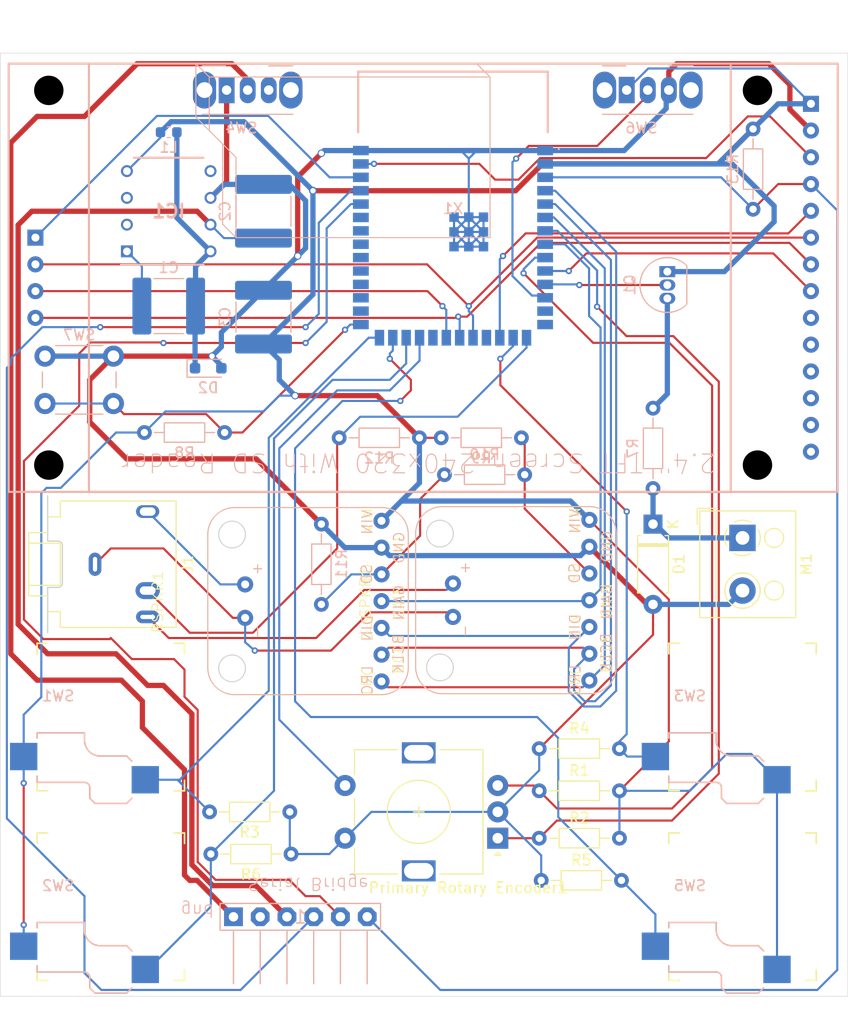
<source format=kicad_pcb>
(kicad_pcb (version 20240108) (generator "pcbnew") (generator_version "8.0")
  (layers (0 "F.Cu" signal) (31 "B.Cu" signal) (34 "B.Paste" user) (35 "F.Paste" user) (36 "B.SilkS" user "B.Silkscreen") (37 "F.SilkS" user "F.Silkscreen") (38 "B.Mask" user) (39 "F.Mask" user) (44 "Edge.Cuts" user))
  (net 0 "")
  (net 1 "Net-(SW4-B)")
  (net 3 "/5V")
  (net 4 "/RESET")
  (net 5 "/RXD")
  (net 6 "/TXD")
  (net 7 "Net-(D2-K)")
  (net 8 "Net-(IC1-CB)")
  (net 9 "GND")
  (net 10 "/VDD")
  (net 11 "Net-(D1-K)")
  (net 15 "Net-(RSPKR1-SPKR+)")
  (net 16 "Net-(L_SPKR1-SPKR-)")
  (net 17 "Net-(L_SPKR1-SPKR+)")
  (net 18 "/Detect_Jack")
  (net 19 "/Gain")
  (net 20 "/DAC_LRC")
  (net 21 "/DAC_DIN")
  (net 22 "/DAC_BCLK")
  (net 23 "/L_Chanel_Select")
  (net 24 "Net-(X1-IO7)")
  (net 25 "Net-(X1-IO21)")
  (net 26 "Net-(X1-IO16)")
  (net 27 "/Motor_Driver")
  (net 28 "Net-(Q1-S)")
  (net 29 "/HOME_BUTTON")
  (net 30 "/PLAY{slash}PAUSE BUTTON")
  (net 31 "/MENU_BUTTON")
  (net 32 "/BACK_BUTTON")
  (net 33 "/BOOT_SEL")
  (net 34 "/R_Chanel_Select")
  (net 36 "/SPI_MISO")
  (net 37 "/SPI_MOSI")
  (net 40 "/SPI_SCK")
  (net 41 "/TFT_CS")
  (net 43 "/SCREEN_BRIGHTNESS")
  (net 44 "/TFT_DC")
  (net 46 "/SD_CS")
  (net 48 "Net-(SW6-B)")
  (net 55 "/USB_D+")
  (net 59 "/USB_D-")
  (footprint "keyswitches:Kailh_socket_PG1350" (layer "F.Cu") (at 69 106)
    (property "Reference" "SW1")
    (property "Value" "Home")
  )
  (footprint "Connector_Audio:Jack_3.5mm_CUI_SJ1-3524N_Horizontal" (layer "F.Cu") (at 67.5 91.5 -90)
    (property "Reference" "J1")
    (property "Value" "AudioJack3_SwitchT")
    (fp_line (start -2.2 4.5) (end -6.5 4.5) (stroke (width 0.12)) (layer "Edge.Cuts"))
    (fp_line (start 2.2 4.5) (end 6.5 4.5) (stroke (width 0.12)) (layer "Edge.Cuts"))
    (fp_line (start -2.2 3.5) (end -2.2 4.5) (stroke (width 0.12)) (layer "Edge.Cuts"))
    (fp_line (start 2.2 3.5) (end 2.2 4.5) (stroke (width 0.12)) (layer "Edge.Cuts"))
    (fp_line (start 1.8 3.1) (end -1.8 3.1) (stroke (width 0.12)) (layer "Edge.Cuts"))
    (fp_arc (start -2.2 3.5) (mid -2.082842 3.217158) (end -1.8 3.1) (stroke (width 0.12)) (layer "Edge.Cuts"))
    (fp_arc (start 1.8 3.1) (mid 2.082843 3.217157) (end 2.2 3.5) (stroke (width 0.12)) (layer "Edge.Cuts"))
  )
  (footprint "Resistor_THT:R_Axial_DIN0204_L3.6mm_D1.6mm_P7.62mm_Horizontal" (layer "F.Cu") (at 109.69 109)
    (property "Reference" "R4")
    (property "Value" "10K")
  )
  (footprint "Resistor_THT:R_Axial_DIN0204_L3.6mm_D1.6mm_P7.62mm_Horizontal" (layer "F.Cu") (at 109.69 113)
    (property "Reference" "R1")
    (property "Value" "10K")
  )
  (footprint "keyswitches:Kailh_socket_PG1350" (layer "F.Cu") (at 69 124)
    (property "Reference" "SW2")
    (property "Value" "Back")
  )
  (footprint "Rotary_Encoder:RotaryEncoder_Alps_EC11E-Switch_Vertical_H20mm" (layer "F.Cu") (at 105.75 117.5 180)
    (property "Reference" "Primary Rotary Encoder1")
    (property "Value" "RotaryEncoder_Switch")
  )
  (footprint "MP3_Player_Custom_Footprints:MAX98357 I2C Audio Driver" (layer "F.Cu") (at 93.689 95.0025 90)
    (property "Reference" "L_SPKR1")
    (property "Value" "~")
    (fp_circle (center 6.41 6.57) (end 7.68 6.57) (stroke (width 0.1)) (fill none) (layer "Edge.Cuts"))
    (fp_circle (center -6.29 6.57) (end -5.02 6.57) (stroke (width 0.1)) (fill none) (layer "Edge.Cuts"))
  )
  (footprint "Resistor_THT:R_Axial_DIN0204_L3.6mm_D1.6mm_P7.62mm_Horizontal" (layer "F.Cu") (at 109.69 117.5)
    (property "Reference" "R2")
    (property "Value" "10K")
  )
  (footprint "keyswitches:Kailh_socket_PG1350" (layer "F.Cu") (at 129 124)
    (property "Reference" "SW5")
    (property "Value" "Menu")
  )
  (footprint "Resistor_THT:R_Axial_DIN0204_L3.6mm_D1.6mm_P7.62mm_Horizontal" (layer "F.Cu") (at 86 115 180)
    (property "Reference" "R3")
    (property "Value" "10K")
  )
  (footprint "MP3_Player_Custom_Footprints:MAX98357 I2C Audio Driver" (layer "F.Cu") (at 73.9475 95.09 90)
    (property "Reference" "RSPKR1")
    (property "Value" "~")
    (fp_circle (center 6.41 6.57) (end 7.68 6.57) (stroke (width 0.1)) (fill none) (layer "Edge.Cuts"))
    (fp_circle (center -6.29 6.57) (end -5.02 6.57) (stroke (width 0.1)) (fill none) (layer "Edge.Cuts"))
  )
  (footprint "MP3_Player_Custom_Footprints:2.4'_TFT_SPI_ILI9341_WITH_SD_CARD" (layer "F.Cu") (at 97.4 64.31 180)
    (property "Reference" "Screen&SDCardReader1" (hide yes))
    (property "Value" "~")
  )
  (footprint "keyswitches:Kailh_socket_PG1350" (layer "F.Cu") (at 129 106)
    (property "Reference" "SW3")
    (property "Value" "Play/Pause")
  )
  (footprint "Resistor_THT:R_Axial_DIN0204_L3.6mm_D1.6mm_P7.62mm_Horizontal" (layer "F.Cu") (at 86.12 119 180)
    (property "Reference" "R6")
    (property "Value" "10K")
  )
  (footprint "Diode_THT:D_A-405_P7.62mm_Horizontal" (layer "F.Cu") (at 120.5 87.69 -90)
    (property "Reference" "D1")
    (property "Value" "Flyback Diode")
  )
  (footprint "TerminalBlock_RND:TerminalBlock_RND_205-00001_1x02_P5.00mm_Horizontal" (layer "F.Cu") (at 129 89 -90)
    (property "Reference" "M1")
    (property "Value" "Haptic Feedback")
  )
  (footprint "Resistor_THT:R_Axial_DIN0204_L3.6mm_D1.6mm_P7.62mm_Horizontal" (layer "F.Cu") (at 109.88 121.5)
    (property "Reference" "R5")
    (property "Value" "10K")
  )
  (footprint "Resistor_THT:R_Axial_DIN0204_L3.6mm_D1.6mm_P7.62mm_Horizontal" (layer "B.Cu") (at 90.69 79.5)
    (property "Reference" "R12")
    (property "Value" "100K")
  )
  (footprint "Button_Switch_THT:SW_Slide_SPDT_Angled_CK_OS102011MA1Q" (layer "B.Cu") (at 118 46.5)
    (property "Reference" "SW6")
    (property "Value" "Hold")
  )
  (footprint "Resistor_THT:R_Axial_DIN0204_L3.6mm_D1.6mm_P7.62mm_Horizontal" (layer "B.Cu") (at 130 50.19 -90)
    (property "Reference" "R13")
    (property "Value" "10K")
  )
  (footprint "Resistor_THT:R_Axial_DIN0204_L3.6mm_D1.6mm_P7.62mm_Horizontal" (layer "B.Cu") (at 72.19 79)
    (property "Reference" "R8")
    (property "Value" "10K")
  )
  (footprint "MP3_Player_Custom_Footprints:ESP32S3WROOM1N8R2" (layer "B.Cu") (at 101.5 57.5 180)
    (property "Reference" "X1")
    (property "Value" "ESP32-S3-WROOM-1-N16R8")
    (property "VALUE" "ESP32-S3-WROOM-1-N16R8" (hide yes))
  )
  (footprint "Button_Switch_THT:SW_Slide_SPDT_Angled_CK_OS102011MA1Q" (layer "B.Cu") (at 80 46.5)
    (property "Reference" "SW4")
    (property "Value" "Power")
  )
  (footprint "Resistor_THT:R_Axial_DIN0204_L3.6mm_D1.6mm_P7.62mm_Horizontal" (layer "B.Cu") (at 89 95.31 90)
    (property "Reference" "R11")
    (property "Value" "10K")
  )
  (footprint "Capacitor_SMD:C_2220_5750Metric" (layer "B.Cu") (at 83.5 58 -90)
    (property "Reference" "C2")
    (property "Value" "100 uF")
  )
  (footprint "Button_Switch_THT:SW_PUSH_6mm" (layer "B.Cu") (at 69.25 71.75 180)
    (property "Reference" "SW7")
    (property "Value" "BOOT_MODE")
  )
  (footprint "Capacitor_SMD:C_2220_5750Metric" (layer "B.Cu") (at 83.5 68.05 -90)
    (property "Reference" "C3")
    (property "Value" "68uF")
  )
  (footprint "Package_TO_SOT_THT:TO-92_Inline" (layer "B.Cu") (at 121.86 63.73 -90)
    (property "Reference" "Q1")
    (property "Value" "BS170")
  )
  (footprint "Diode_SMD:D_SOD-323_HandSoldering" (layer "B.Cu") (at 78.252 72.898)
    (property "Reference" "D2")
    (property "Value" "1A, 40 V Schottky rectifier")
  )
  (footprint "Resistor_THT:R_Axial_DIN0204_L3.6mm_D1.6mm_P7.62mm_Horizontal" (layer "B.Cu") (at 100.38 79.5)
    (property "Reference" "R9")
    (property "Value" "10K")
  )
  (footprint "Resistor_THT:R_Axial_DIN0204_L3.6mm_D1.6mm_P7.62mm_Horizontal" (layer "B.Cu") (at 120.5 76.69 -90)
    (property "Reference" "R7")
    (property "Value" "0-100Ω")
  )
  (footprint "LM2675-3.3:DIP794W53P254L959H508Q8N" (layer "B.Cu") (at 74.5 58)
    (property "Reference" "IC1")
    (property "Value" "LM2675N-3.3_NOPB" (hide yes))
  )
  (footprint "Capacitor_SMD:C_0603_1608Metric" (layer "B.Cu") (at 74.5 50.5)
    (property "Reference" "L1")
    (property "Value" "47uH")
  )
  (footprint "Resistor_THT:R_Axial_DIN0204_L3.6mm_D1.6mm_P7.62mm_Horizontal" (layer "B.Cu") (at 108.31 83 180)
    (property "Reference" "R10")
    (property "Value" "10K")
  )
  (footprint "Capacitor_SMD:C_2220_5750Metric" (layer "B.Cu") (at 74.5 67 180)
    (property "Reference" "C1")
    (property "Value" "10 nF")
  )
  (footprint "MP3_Player_Custom_Footprints:UART_FTDI" (layer "B.Cu") (at 87 124.96)
    (property "Reference" "1")
    (property "Value" "~")
  )
  (gr_rect (start 58.5 43) (end 139 132.5) (stroke (width 0.05)) (fill none) (layer "Edge.Cuts"))
  (segment (start 72 107) (end 72 104.5) (width 0.5) (layer "F.Cu") (net 1))
  (segment (start 77.19 121.5) (end 76.5 121.5) (width 0.5) (layer "F.Cu") (net 1))
  (segment (start 80.65 124.96) (end 77.19 121.5) (width 0.5) (layer "F.Cu") (net 1))
  (segment (start 76 121) (end 76 111) (width 0.5) (layer "F.Cu") (net 1))
  (segment (start 71.5 44) (end 80.5 44) (width 0.5) (layer "F.Cu") (net 1))
  (segment (start 76.5 121.5) (end 76 121) (width 0.5) (layer "F.Cu") (net 1))
  (segment (start 80.5 44) (end 82 45.5) (width 0.5) (layer "F.Cu") (net 1))
  (segment (start 70 102.5) (end 62 102.5) (width 0.5) (layer "F.Cu") (net 1))
  (segment (start 59.5 100) (end 59.5 51.5) (width 0.5) (layer "F.Cu") (net 1))
  (segment (start 66.5 49) (end 71.5 44) (width 0.5) (layer "F.Cu") (net 1))
  (segment (start 72 104.5) (end 70 102.5) (width 0.5) (layer "F.Cu") (net 1))
  (segment (start 62 49) (end 66.5 49) (width 0.5) (layer "F.Cu") (net 1))
  (segment (start 59.5 51.5) (end 62 49) (width 0.5) (layer "F.Cu") (net 1))
  (segment (start 62 102.5) (end 59.5 100) (width 0.5) (layer "F.Cu") (net 1))
  (segment (start 76 111) (end 72 107) (width 0.5) (layer "F.Cu") (net 1))
  (segment (start 82 45.5) (end 82 46.5) (width 0.5) (layer "B.Cu") (net 1))
  (segment (start 76.7 105.7) (end 74 103) (width 0.5) (layer "F.Cu") (net 3))
  (segment (start 77.2 58) (end 78.47 59.27) (width 0.5) (layer "F.Cu") (net 3))
  (segment (start 76.7 120.02005) (end 76.7 105.7) (width 0.5) (layer "F.Cu") (net 3))
  (segment (start 69.5 100) (end 63 100) (width 0.5) (layer "F.Cu") (net 3))
  (segment (start 63 100) (end 60.2 97.2) (width 0.5) (layer "F.Cu") (net 3))
  (segment (start 78.67995 122) (end 76.7 120.02005) (width 0.5) (layer "F.Cu") (net 3))
  (segment (start 85.73 124.96) (end 82.77 122) (width 0.5) (layer "F.Cu") (net 3))
  (segment (start 60.2 59.3) (end 61.5 58) (width 0.5) (layer "F.Cu") (net 3))
  (segment (start 61.5 58) (end 77.2 58) (width 0.5) (layer "F.Cu") (net 3))
  (segment (start 82.77 122) (end 78.67995 122) (width 0.5) (layer "F.Cu") (net 3))
  (segment (start 74 103) (end 72.5 103) (width 0.5) (layer "F.Cu") (net 3))
  (segment (start 60.2 97.2) (end 60.2 59.3) (width 0.5) (layer "F.Cu") (net 3))
  (segment (start 72.5 103) (end 69.5 100) (width 0.5) (layer "F.Cu") (net 3))
  (segment (start 79.75 60.55) (end 78.47 59.27) (width 0.2) (layer "B.Cu") (net 3))
  (segment (start 83.5 60.55) (end 79.75 60.55) (width 0.2) (layer "B.Cu") (net 3))
  (segment (start 135.5 55.42) (end 132.39 55.42) (width 0.2) (layer "F.Cu") (net 4))
  (segment (start 132.39 55.42) (end 130 57.81) (width 0.2) (layer "F.Cu") (net 4))
  (segment (start 126.97 54.78) (end 110.25 54.78) (width 0.2) (layer "B.Cu") (net 4))
  (segment (start 138 57.92) (end 138 130) (width 0.2) (layer "B.Cu") (net 4))
  (segment (start 138 130) (end 136.1 131.9) (width 0.2) (layer "B.Cu") (net 4))
  (segment (start 100.29 131.9) (end 93.35 124.96) (width 0.2) (layer "B.Cu") (net 4))
  (segment (start 136.1 131.9) (end 100.29 131.9) (width 0.2) (layer "B.Cu") (net 4))
  (segment (start 135.5 55.42) (end 138 57.92) (width 0.2) (layer "B.Cu") (net 4))
  (segment (start 130 57.81) (end 126.97 54.78) (width 0.2) (layer "B.Cu") (net 4))
  (segment (start 88.85 123) (end 87.5 123) (width 0.2) (layer "F.Cu") (net 5))
  (segment (start 76 101.5) (end 75 100.5) (width 0.2) (layer "F.Cu") (net 5))
  (segment (start 68.9 98.6) (end 62.6 98.6) (width 0.2) (layer "F.Cu") (net 5))
  (segment (start 73.95 70.45) (end 74 70.5) (width 0.2) (layer "F.Cu") (net 5))
  (segment (start 66 71.5) (end 67.05 70.45) (width 0.2) (layer "F.Cu") (net 5))
  (segment (start 77.25 119.75) (end 77.25 105.325165) (width 0.2) (layer "F.Cu") (net 5))
  (segment (start 90.81 124.96) (end 88.85 123) (width 0.2) (layer "F.Cu") (net 5))
  (segment (start 85.95 121.45) (end 78.95 121.45) (width 0.2) (layer "F.Cu") (net 5))
  (segment (start 75 100.5) (end 71 100.5) (width 0.2) (layer "F.Cu") (net 5))
  (segment (start 77.25 105.325165) (end 76 104.075165) (width 0.2) (layer "F.Cu") (net 5))
  (segment (start 67.05 70.45) (end 73.95 70.45) (width 0.2) (layer "F.Cu") (net 5))
  (segment (start 87.5 70.5) (end 74 70.5) (width 0.2) (layer "F.Cu") (net 5))
  (segment (start 62.6 98.6) (end 60.75 96.75) (width 0.2) (layer "F.Cu") (net 5))
  (segment (start 87.5 123) (end 85.95 121.45) (width 0.2) (layer "F.Cu") (net 5))
  (segment (start 66 76.459961) (end 66 71.5) (width 0.2) (layer "F.Cu") (net 5))
  (segment (start 78.95 121.45) (end 77.25 119.75) (width 0.2) (layer "F.Cu") (net 5))
  (segment (start 69 98.5) (end 68.9 98.6) (width 0.2) (layer "F.Cu") (net 5))
  (segment (start 71 100.5) (end 69 98.5) (width 0.2) (layer "F.Cu") (net 5))
  (segment (start 76 104.075165) (end 76 101.5) (width 0.2) (layer "F.Cu") (net 5))
  (segment (start 60.75 96.75) (end 60.75 81.709961) (width 0.2) (layer "F.Cu") (net 5))
  (segment (start 60.75 81.709961) (end 66 76.459961) (width 0.2) (layer "F.Cu") (net 5))
  (via (at 87.5 70.5) (size 0.6) (drill 0.3) (layers "F.Cu" "B.Cu") (net 5))
  (via (at 74 70.5) (size 0.6) (drill 0.3) (layers "F.Cu" "B.Cu") (net 5))
  (segment (start 89.5 68.5) (end 87.5 70.5) (width 0.2) (layer "B.Cu") (net 5))
  (segment (start 89.5 68) (end 89.5 68.5) (width 0.2) (layer "B.Cu") (net 5))
  (segment (start 92.75 57.32) (end 91.8 57.32) (width 0.2) (layer "B.Cu") (net 5))
  (segment (start 89.5 59.62) (end 89.5 68) (width 0.2) (layer "B.Cu") (net 5))
  (segment (start 91.8 57.32) (end 89.5 59.62) (width 0.2) (layer "B.Cu") (net 5))
  (segment (start 87.5 69) (end 68 69) (width 0.2) (layer "F.Cu") (net 6))
  (via (at 87.5 69) (size 0.6) (drill 0.3) (layers "F.Cu" "B.Cu") (net 6))
  (via (at 68 69) (size 0.6) (drill 0.3) (layers "F.Cu" "B.Cu") (net 6))
  (segment (start 88.75 59.1) (end 88.75 67.75) (width 0.2) (layer "B.Cu") (net 6))
  (segment (start 88.75 67.75) (end 87.5 69) (width 0.2) (layer "B.Cu") (net 6))
  (segment (start 59.125 72.875) (end 59.125 115.625) (width 0.2) (layer "B.Cu") (net 6))
  (segment (start 59.125 115.625) (end 62.5 119) (width 0.2) (layer "B.Cu") (net 6))
  (segment (start 66.5 130.3) (end 66.5 123) (width 0.2) (layer "B.Cu") (net 6))
  (segment (start 91.8 56.05) (end 88.75 59.1) (width 0.2) (layer "B.Cu") (net 6))
  (segment (start 68 69) (end 62.5 69) (width 0.2) (layer "B.Cu") (net 6))
  (segment (start 66.5 123) (end 62.5 119) (width 0.2) (layer "B.Cu") (net 6))
  (segment (start 92.75 56.05) (end 91.8 56.05) (width 0.2) (layer "B.Cu") (net 6))
  (segment (start 68.1 131.9) (end 66.5 130.3) (width 0.2) (layer "B.Cu") (net 6))
  (segment (start 59.5 72.5) (end 59.125 72.875) (width 0.2) (layer "B.Cu") (net 6))
  (segment (start 62.5 69) (end 59.5 72) (width 0.2) (layer "B.Cu") (net 6))
  (segment (start 81.33 131.9) (end 68.1 131.9) (width 0.2) (layer "B.Cu") (net 6))
  (segment (start 59.5 72) (end 59.5 72.5) (width 0.2) (layer "B.Cu") (net 6))
  (segment (start 93 56) (end 92.8 56) (width 0.2) (layer "B.Cu") (net 6))
  (segment (start 88.27 124.96) (end 81.33 131.9) (width 0.2) (layer "B.Cu") (net 6))
  (segment (start 92.75 56.05) (end 92.8 56) (width 0.2) (layer "B.Cu") (net 6))
  (segment (start 77.05 63.23) (end 78.47 61.81) (width 0.5) (layer "B.Cu") (net 7))
  (segment (start 77.002 67.048) (end 77.05 67) (width 0.2) (layer "B.Cu") (net 7))
  (segment (start 75.275 58.615) (end 78.47 61.81) (width 0.5) (layer "B.Cu") (net 7))
  (segment (start 77.05 67) (end 77.05 63.23) (width 0.5) (layer "B.Cu") (net 7))
  (segment (start 77.002 72.898) (end 77.002 67.048) (width 0.5) (layer "B.Cu") (net 7))
  (segment (start 75.275 50.5) (end 75.275 58.615) (width 0.5) (layer "B.Cu") (net 7))
  (segment (start 71.95 67) (end 71.95 63.23) (width 0.2) (layer "B.Cu") (net 8))
  (segment (start 71.95 63.23) (end 70.53 61.81) (width 0.2) (layer "B.Cu") (net 8))
  (segment (start 86.75 54.75) (end 89 52.5) (width 0.5) (layer "F.Cu") (net 9))
  (segment (start 80 55.2) (end 80 46.5) (width 0.5) (layer "F.Cu") (net 9))
  (segment (start 67 78) (end 67 74) (width 0.5) (layer "F.Cu") (net 9))
  (segment (start 119.9315 95.31) (end 120.5 95.31) (width 0.2) (layer "F.Cu") (net 9))
  (segment (start 133.5 46) (end 131.5 44) (width 0.5) (layer "F.Cu") (net 9))
  (segment (start 86.75 62.25) (end 86.75 54.75) (width 0.5) (layer "F.Cu") (net 9))
  (segment (start 120.5 98.19) (end 109.69 109) (width 0.2) (layer "F.Cu") (net 9))
  (segment (start 122.75 44) (end 122 44.75) (width 0.5) (layer "F.Cu") (net 9))
  (segment (start 135.5 50.5) (end 135.5 50.34) (width 0.2) (layer "F.Cu") (net 9))
  (segment (start 114.454 89.8325) (end 119.9315 95.31) (width 0.5) (layer "F.Cu") (net 9))
  (segment (start 89 87.69) (end 82.81 81.5) (width 0.5) (layer "F.Cu") (net 9))
  (segment (start 78.47 56.73) (end 80 55.2) (width 0.5) (layer "F.Cu") (net 9))
  (segment (start 78.613 71.75) (end 69.25 71.75) (width 0.5) (layer "F.Cu") (net 9))
  (segment (start 67 74) (end 69.25 71.75) (width 0.5) (layer "F.Cu") (net 9))
  (segment (start 133.5 48.34) (end 133.5 46) (width 0.5) (layer "F.Cu") (net 9))
  (segment (start 70.5 81.5) (end 67 78) (width 0.5) (layer "F.Cu") (net 9))
  (segment (start 122 44.75) (end 122 46.5) (width 0.5) (layer "F.Cu") (net 9))
  (segment (start 131.5 44) (end 122.75 44) (width 0.5) (layer "F.Cu") (net 9))
  (segment (start 135.5 50.34) (end 133.5 48.34) (width 0.5) (layer "F.Cu") (net 9))
  (segment (start 120.5 95.31) (end 120.5 98.19) (width 0.2) (layer "F.Cu") (net 9))
  (segment (start 82.81 81.5) (end 70.5 81.5) (width 0.5) (layer "F.Cu") (net 9))
  (via (at 89 52.5) (size 0.7) (drill 0.5) (layers "F.Cu" "B.Cu") (net 9))
  (via (at 86.75 62.25) (size 0.7) (drill 0.5) (layers "F.Cu" "B.Cu") (net 9))
  (via (at 78.613 71.75) (size 0.7) (drill 0.5) (layers "F.Cu" "B.Cu") (net 9))
  (segment (start 101.6 61.36) (end 104.4 58.56) (width 0.2) (layer "B.Cu") (net 9))
  (segment (start 92.75 52.24) (end 89.26 52.24) (width 0.5) (layer "B.Cu") (net 9))
  (segment (start 104.4 58.56) (end 104.4 61.36) (width 0.2) (layer "B.Cu") (net 9))
  (segment (start 86 118.88) (end 86.12 119) (width 0.2) (layer "B.Cu") (net 9))
  (segment (start 79.5 69.5) (end 83.5 65.5) (width 0.5) (layer "B.Cu") (net 9))
  (segment (start 89.26 52.24) (end 89 52.5) (width 0.5) (layer "B.Cu") (net 9))
  (segment (start 94.7125 89.92) (end 91.23 89.92) (width 0.5) (layer "B.Cu") (net 9))
  (segment (start 103.76 52.24) (end 104 52.24) (width 0.5) (layer "B.Cu") (net 9))
  (segment (start 113.604501 90.681999) (end 114.454 89.8325) (width 0.5) (layer "B.Cu") (net 9))
  (segment (start 103 53) (end 103 58.56) (width 0.2) (layer "B.Cu") (net 9))
  (segment (start 94.7125 89.92) (end 95.474499 90.681999) (width 0.5) (layer "B.Cu") (net 9))
  (segment (start 62.75 71.75) (end 69.25 71.75) (width 0.5) (layer "B.Cu") (net 9))
  (segment (start 103 53) (end 103.76 52.24) (width 0.2) (layer "B.Cu") (net 9))
  (segment (start 78.613 71.75) (end 79.5 72.637) (width 0.5) (layer "B.Cu") (net 9))
  (segment (start 103 58.56) (end 101.6 59.96) (width 0.2) (layer "B.Cu") (net 9))
  (segment (start 103 58.56) (end 103 61.36) (width 0.2) (layer "B.Cu") (net 9))
  (segment (start 110.25 52.24) (end 117.76 52.24) (width 0.5) (layer "B.Cu") (net 9))
  (segment (start 104 52.24) (end 110.25 52.24) (width 0.5) (layer "B.Cu") (net 9))
  (segment (start 79.5 70.863) (end 79.5 69.5) (width 0.5) (layer "B.Cu") (net 9))
  (segment (start 105.75 115) (end 109.69 111.06) (width 0.2) (layer "B.Cu") (net 9))
  (segment (start 104.4 59.96) (end 103 61.36) (width 0.2) (layer "B.Cu") (net 9))
  (segment (start 85.95 55.45) (end 83.5 55.45) (width 0.5) (layer "B.Cu") (net 9))
  (segment (start 95.474499 90.681999) (end 113.604501 90.681999) (width 0.5) (layer "B.Cu") (net 9))
  (segment (start 101.6 58.56) (end 101.6 61.36) (width 0.2) (layer "B.Cu") (net 9))
  (segment (start 121.75 46.75) (end 121.75 48.25) (width 0.5) (layer "B.Cu") (net 9))
  (segment (start 127.69 95.31) (end 129 94) (width 0.5) (layer "B.Cu") (net 9))
  (segment (start 83.5 55.45) (end 79.75 55.45) (width 0.5) (layer "B.Cu") (net 9))
  (segment (start 91.25 117.5) (end 93.75 115) (width 0.2) (layer "B.Cu") (net 9))
  (segment (start 89.75 119) (end 91.25 117.5) (width 0.2) (layer "B.Cu") (net 9))
  (segment (start 103 58.56) (end 104.4 59.96) (width 0.2) (layer "B.Cu") (net 9))
  (segment (start 87.5 57) (end 85.95 55.45) (width 0.5) (layer "B.Cu") (net 9))
  (segment (start 109.88 119.13) (end 109.88 121.5) (width 0.2) (layer "B.Cu") (net 9))
  (segment (start 78.613 71.75) (end 79.5 70.863) (width 0.5) (layer "B.Cu") (net 9))
  (segment (start 101.6 59.96) (end 104.4 59.96) (width 0.2) (layer "B.Cu") (net 9))
  (segment (start 101.6 58.56) (end 104.4 61.36) (width 0.2) (layer "B.Cu") (net 9))
  (segment (start 86.75 62.25) (end 87.5 61.5) (width 0.5) (layer "B.Cu") (net 9))
  (segment (start 87.5 61.5) (end 87.5 57) (width 0.5) (layer "B.Cu") (net 9))
  (segment (start 91.23 89.92) (end 89 87.69) (width 0.5) (layer "B.Cu") (net 9))
  (segment (start 101.6 59.96) (end 103 61.36) (width 0.2) (layer "B.Cu") (net 9))
  (segment (start 101.6 58.56) (end 104.4 58.56) (width 0.2) (layer "B.Cu") (net 9))
  (segment (start 120.5 95.31) (end 127.69 95.31) (width 0.5) (layer "B.Cu") (net 9))
  (segment (start 102.5 52.24) (end 103.76 52.24) (width 0.5) (layer "B.Cu") (net 9))
  (segment (start 86.12 119) (end 89.75 119) (width 0.2) (layer "B.Cu") (net 9))
  (segment (start 109.69 111.06) (end 109.69 109) (width 0.2) (layer "B.Cu") (net 9))
  (segment (start 79.75 55.45) (end 78.47 56.73) (width 0.5) (layer "B.Cu") (net 9))
  (segment (start 83.5 65.5) (end 86.75 62.25) (width 0.5) (layer "B.Cu") (net 9))
  (segment (start 93.75 115) (end 105.75 115) (width 0.2) (layer "B.Cu") (net 9))
  (segment (start 117.76 52.24) (end 121.75 48.25) (width 0.5) (layer "B.Cu") (net 9))
  (segment (start 101.6 61.36) (end 104.4 61.36) (width 0.2) (layer "B.Cu") (net 9))
  (segment (start 105.75 115) (end 109.88 119.13) (width 0.2) (layer "B.Cu") (net 9))
  (segment (start 86 115) (end 86 118.88) (width 0.2) (layer "B.Cu") (net 9))
  (segment (start 92.75 52.24) (end 104 52.24) (width 0.5) (layer "B.Cu") (net 9))
  (segment (start 122 46.5) (end 121.75 46.75) (width 0.2) (layer "B.Cu") (net 9))
  (segment (start 102.24 52.24) (end 103 53) (width 0.2) (layer "B.Cu") (net 9))
  (segment (start 94.31 75.5) (end 86.5 75.5) (width 0.5) (layer "F.Cu") (net 10))
  (segment (start 135.2 47.8) (end 135.5 47.8) (width 0.2) (layer "F.Cu") (net 10))
  (segment (start 100.38 79.5) (end 98.31 79.5) (width 0.2) (layer "F.Cu") (net 10))
  (segment (start 88.2 56.053122) (end 107.446878 56.053122) (width 0.5) (layer "F.Cu") (net 10))
  (segment (start 60.725 112.275) (end 60.725 125.725) (width 0.2) (layer "F.Cu") (net 10))
  (segment (start 110 53.5) (end 126.69 53.5) (width 0.5) (layer "F.Cu") (net 10))
  (segment (start 114.454 87.2925) (end 122 94.8385) (width 0.2) (layer "F.Cu") (net 10))
  (segment (start 126.69 53.5) (end 130 50.19) (width 0.5) (layer "F.Cu") (net 10))
  (segment (start 122 94.8385) (end 122 108.31) (width 0.2) (layer "F.Cu") (net 10))
  (segment (start 122 108.31) (end 117.31 113) (width 0.2) (layer "F.Cu") (net 10))
  (segment (start 98.31 79.5) (end 94.31 75.5) (width 0.5) (layer "F.Cu") (net 10))
  (segment (start 107.446878 56.053122) (end 110 53.5) (width 0.5) (layer "F.Cu") (net 10))
  (via (at 60.725 112.275) (size 0.6) (drill 0.3) (layers "F.Cu" "B.Cu") (net 10))
  (via (at 60.725 125.725) (size 0.6) (drill 0.3) (layers "F.Cu" "B.Cu") (net 10))
  (via (at 88.2 56.053122) (size 0.75) (drill 0.5) (layers "F.Cu" "B.Cu") (net 10))
  (via (at 86.5 75.5) (size 0.7) (drill 0.5) (layers "F.Cu" "B.Cu") (net 10))
  (segment (start 74.725 49.5) (end 73.725 50.5) (width 0.5) (layer "B.Cu") (net 10))
  (segment (start 130 50.19) (end 132.39 47.8) (width 0.5) (layer "B.Cu") (net 10))
  (segment (start 64.251472 84.251472) (end 62.9 84.251472) (width 0.2) (layer "B.Cu") (net 10))
  (segment (start 62.4 104.1) (end 60.725 105.775) (width 0.2) (layer "B.Cu") (net 10))
  (segment (start 120.05 44.45) (end 132.15 44.45) (width 0.2) (layer "B.Cu") (net 10))
  (segment (start 96.5925 85.5) (end 98.31 83.7825) (width 0.5) (layer "B.Cu") (net 10))
  (segment (start 83.5 70.6) (end 83.55 70.55) (width 0.2) (layer "B.Cu") (net 10))
  (segment (start 117.31 113) (end 117.31 117.5) (width 0.2) (layer "B.Cu") (net 10))
  (segment (start 86.5 75.5) (end 85 75.5) (width 0.2) (layer "B.Cu") (net 10))
  (segment (start 124 113) (end 127.5 109.5) (width 0.2) (layer "B.Cu") (net 10))
  (segment (start 98.31 83.7825) (end 98.31 79.5) (width 0.5) (layer "B.Cu") (net 10))
  (segment (start 74.725 49.5) (end 81.646878 49.5) (width 0.5) (layer "B.Cu") (net 10))
  (segment (start 69.502944 79) (end 64.251472 84.251472) (width 0.2) (layer "B.Cu") (net 10))
  (segment (start 110.25 53.51) (end 126.68 53.51) (width 0.5) (layer "B.Cu") (net 10))
  (segment (start 132.39 47.8) (end 135.5 47.8) (width 0.5) (layer "B.Cu") (net 10))
  (segment (start 129.825 109.5) (end 132.275 111.95) (width 0.2) (layer "B.Cu") (net 10))
  (segment (start 73.725 50.995) (end 70.53 54.19) (width 0.2) (layer "B.Cu") (net 10))
  (segment (start 73.725 50.5) (end 73.725 50.995) (width 0.2) (layer "B.Cu") (net 10))
  (segment (start 88.2 56.053122) (end 88.2 65.9) (width 0.5) (layer "B.Cu") (net 10))
  (segment (start 112.6615 85.5) (end 114.454 87.2925) (width 0.5) (layer "B.Cu") (net 10))
  (segment (start 132.15 44.45) (end 135.5 47.8) (width 0.2) (layer "B.Cu") (net 10))
  (segment (start 72.19 79) (end 69.502944 79) (width 0.2) (layer "B.Cu") (net 10))
  (segment (start 83.5 77) (end 74.19 77) (width 0.2) (layer "B.Cu") (net 10))
  (segment (start 117.31 113) (end 124 113) (width 0.2) (layer "B.Cu") (net 10))
  (segment (start 60.725 127.75) (end 60.725 125.725) (width 0.2) (layer "B.Cu") (net 10))
  (segment (start 132 57.5) (end 132 59) (width 0.5) (layer "B.Cu") (net 10))
  (segment (start 127.5 109.5) (end 129.825 109.5) (width 0.2) (layer "B.Cu") (net 10))
  (segment (start 83.5 70.6) (end 85 72.1) (width 0.5) (layer "B.Cu") (net 10))
  (segment (start 88.2 65.9) (end 83.55 70.55) (width 0.5) (layer "B.Cu") (net 10))
  (segment (start 62.9 84.251472) (end 62.4 84.751472) (width 0.2) (layer "B.Cu") (net 10))
  (segment (start 126.68 53.51) (end 130 50.19) (width 0.5) (layer "B.Cu") (net 10))
  (segment (start 94.7125 87.38) (end 96.5925 85.5) (width 0.5) (layer "B.Cu") (net 10))
  (segment (start 96.5925 85.5) (end 112.6615 85.5) (width 0.5) (layer "B.Cu") (net 10))
  (segment (start 128.01 53.51) (end 132 57.5) (width 0.5) (layer "B.Cu") (net 10))
  (segment (start 85 74) (end 86.5 75.5) (width 0.5) (layer "B.Cu") (net 10))
  (segment (start 132 59) (end 127.27 63.73) (width 0.5) (layer "B.Cu") (net 10))
  (segment (start 126.68 53.51) (end 128.01 53.51) (width 0.5) (layer "B.Cu") (net 10))
  (segment (start 62.4 84.751472) (end 62.4 104.1) (width 0.2) (layer "B.Cu") (net 10))
  (segment (start 60.725 105.775) (end 60.725 109.75) (width 0.2) (layer "B.Cu") (net 10))
  (segment (start 60.725 109.75) (end 60.725 112.275) (width 0.2) (layer "B.Cu") (net 10))
  (segment (start 132.275 111.95) (end 132.275 129.95) (width 0.2) (layer "B.Cu") (net 10))
  (segment (start 85 72.1) (end 85 74) (width 0.5) (layer "B.Cu") (net 10))
  (segment (start 81.646878 49.5) (end 88.2 56.053122) (width 0.5) (layer "B.Cu") (net 10))
  (segment (start 118 46.5) (end 120.05 44.45) (width 0.2) (layer "B.Cu") (net 10))
  (segment (start 85 75.5) (end 83.5 77) (width 0.2) (layer "B.Cu") (net 10))
  (segment (start 74.19 77) (end 72.19 79) (width 0.2) (layer "B.Cu") (net 10))
  (segment (start 127.27 63.73) (end 121.86 63.73) (width 0.5) (layer "B.Cu") (net 10))
  (segment (start 120.5 84.5) (end 120.5 84.31) (width 0.2) (layer "F.Cu") (net 11))
  (segment (start 122 89) (end 129 89) (width 0.5) (layer "B.Cu") (net 11))
  (segment (start 120.69 87.69) (end 122 89) (width 0.5) (layer "B.Cu") (net 11))
  (segment (start 120.5 84.31) (end 120.5 87.69) (width 0.5) (layer "B.Cu") (net 11))
  (segment (start 120.5 87.69) (end 120.69 87.69) (width 0.2) (layer "B.Cu") (net 11))
  (segment (start 79.4125 93.4125) (end 72.5 86.5) (width 0.2) (layer "B.Cu") (net 15))
  (segment (start 81.7585 93.4125) (end 79.4125 93.4125) (width 0.2) (layer "B.Cu") (net 15))
  (segment (start 69 90) (end 67.5 91.5) (width 0.2) (layer "F.Cu") (net 16))
  (segment (start 93.549 96.062) (end 101.062 96.062) (width 0.2) (layer "F.Cu") (net 16))
  (segment (start 80.5875 96.5875) (end 74 90) (width 0.2) (layer "F.Cu") (net 16))
  (segment (start 74 90) (end 69 90) (width 0.2) (layer "F.Cu") (net 16))
  (segment (start 89.916 99.695) (end 93.549 96.062) (width 0.2) (layer "F.Cu") (net 16))
  (segment (start 82.677 99.695) (end 89.916 99.695) (width 0.2) (layer "F.Cu") (net 16))
  (segment (start 101.062 96.062) (end 101.5 96.5) (width 0.2) (layer "F.Cu") (net 16))
  (segment (start 81.7585 96.5875) (end 80.5875 96.5875) (width 0.2) (layer "F.Cu") (net 16))
  (via (at 82.677 99.695) (size 0.6) (drill 0.3) (layers "F.Cu" "B.Cu") (net 16))
  (segment (start 101.5 96.5) (end 101.31 96.31) (width 0.2) (layer "B.Cu") (net 16))
  (segment (start 81.7585 98.9035) (end 82.677 99.695) (width 0.2) (layer "B.Cu") (net 16))
  (segment (start 82.036 96.31) (end 81.7585 96.5875) (width 0.2) (layer "B.Cu") (net 16))
  (segment (start 81.7585 96.5875) (end 81.7585 98.9035) (width 0.2) (layer "B.Cu") (net 16))
  (segment (start 82.677 99.695) (end 82.55 99.695) (width 0.2) (layer "B.Cu") (net 16))
  (segment (start 100.887 93.938) (end 93.062 93.938) (width 0.2) (layer "F.Cu") (net 17))
  (segment (start 74.5 98.5) (end 72.5 96.5) (width 0.2) (layer "F.Cu") (net 17))
  (segment (start 93.062 93.938) (end 88.5 98.5) (width 0.2) (layer "F.Cu") (net 17))
  (segment (start 88.5 98.5) (end 74.5 98.5) (width 0.2) (layer "F.Cu") (net 17))
  (segment (start 101.5 93.325) (end 100.887 93.938) (width 0.2) (layer "B.Cu") (net 17))
  (segment (start 90.5 90) (end 90.5 79.69) (width 0.2) (layer "F.Cu") (net 18))
  (segment (start 90.5 79.69) (end 90.69 79.5) (width 0.2) (layer "F.Cu") (net 18))
  (segment (start 72.5 94) (end 76.5 98) (width 0.2) (layer "F.Cu") (net 18))
  (segment (start 76.5 98) (end 82.5 98) (width 0.2) (layer "F.Cu") (net 18))
  (segment (start 82.5 98) (end 90.5 90) (width 0.2) (layer "F.Cu") (net 18))
  (segment (start 92.69 77.5) (end 101.935 77.5) (width 0.2) (layer "B.Cu") (net 18))
  (segment (start 90.69 79.5) (end 92.69 77.5) (width 0.2) (layer "B.Cu") (net 18))
  (segment (start 108.485 70.95) (end 108.485 70) (width 0.2) (layer "B.Cu") (net 18))
  (segment (start 101.935 77.5) (end 108.485 70.95) (width 0.2) (layer "B.Cu") (net 18))
  (segment (start 112.13 61.13) (end 114.427 63.427) (width 0.2) (layer "B.Cu") (net 19))
  (segment (start 114.427 67.945) (end 115.516 69.034) (width 0.2) (layer "B.Cu") (net 19))
  (segment (start 115.516 69.034) (end 115.516 93.8505) (width 0.2) (layer "B.Cu") (net 19))
  (segment (start 114.427 63.427) (end 114.427 67.945) (width 0.2) (layer "B.Cu") (net 19))
  (segment (start 115.516 93.8505) (end 114.454 94.9125) (width 0.2) (layer "B.Cu") (net 19))
  (segment (start 94.7125 95) (end 114.3665 95) (width 0.2) (layer "B.Cu") (net 19))
  (segment (start 114.3665 95) (end 114.454 94.9125) (width 0.2) (layer "B.Cu") (net 19))
  (segment (start 110.25 61.13) (end 112.13 61.13) (width 0.2) (layer "B.Cu") (net 19))
  (segment (start 95.265012 103.172512) (end 113.813988 103.172512) (width 0.2) (layer "F.Cu") (net 20))
  (segment (start 115.916 63.416) (end 111.09 58.59) (width 0.2) (layer "B.Cu") (net 20))
  (segment (start 115.916 101.0705) (end 115.916 63.416) (width 0.2) (layer "B.Cu") (net 20))
  (segment (start 114.454 102.5325) (end 115.916 101.0705) (width 0.2) (layer "B.Cu") (net 20))
  (segment (start 113.813988 103.172512) (end 114.454 102.5325) (width 0.2) (layer "B.Cu") (net 20))
  (segment (start 94.7125 102.62) (end 95.265012 103.172512) (width 0.2) (layer "B.Cu") (net 20))
  (segment (start 111.09 58.59) (end 110.25 58.59) (width 0.2) (layer "B.Cu") (net 20))
  (segment (start 113.604501 98.301999) (end 114.454 97.4525) (width 0.2) (layer "B.Cu") (net 21))
  (segment (start 117 103.5) (end 115.5 105) (width 0.2) (layer "B.Cu") (net 21))
  (segment (start 95.474499 98.301999) (end 113.604501 98.301999) (width 0.2) (layer "B.Cu") (net 21))
  (segment (start 113.934314 105) (end 112.5 103.565686) (width 0.2) (layer "B.Cu") (net 21))
  (segment (start 94.7125 97.54) (end 95.474499 98.301999) (width 0.2) (layer "B.Cu") (net 21))
  (segment (start 117 61.85) (end 117 103.5) (width 0.2) (layer "B.Cu") (net 21))
  (segment (start 111.2 56.05) (end 117 61.85) (width 0.2) (layer "B.Cu") (net 21))
  (segment (start 115.5 105) (end 113.934314 105) (width 0.2) (layer "B.Cu") (net 21))
  (segment (start 110.25 56.05) (end 111.2 56.05) (width 0.2) (layer "B.Cu") (net 21))
  (segment (start 112.5 103.565686) (end 112.5 99.4065) (width 0.2) (layer "B.Cu") (net 21))
  (segment (start 112.5 99.4065) (end 114.454 97.4525) (width 0.2) (layer "B.Cu") (net 21))
  (segment (start 95.371225 99.421275) (end 113.882775 99.421275) (width 0.2) (layer "F.Cu") (net 22))
  (segment (start 113 103.5) (end 114 104.5) (width 0.2) (layer "B.Cu") (net 22))
  (segment (start 113 101.4465) (end 113 103.5) (width 0.2) (layer "B.Cu") (net 22))
  (segment (start 113.882775 99.421275) (end 114.454 99.9925) (width 0.2) (layer "B.Cu") (net 22))
  (segment (start 111.2 57.32) (end 110.25 57.32) (width 0.2) (layer "B.Cu") (net 22))
  (segment (start 94.7125 100.08) (end 95.371225 99.421275) (width 0.2) (layer "B.Cu") (net 22))
  (segment (start 116.5 62.62) (end 111.2 57.32) (width 0.2) (layer "B.Cu") (net 22))
  (segment (start 114 104.5) (end 115 104.5) (width 0.2) (layer "B.Cu") (net 22))
  (segment (start 116.5 103) (end 116.5 62.62) (width 0.2) (layer "B.Cu") (net 22))
  (segment (start 114.454 99.9925) (end 113 101.4465) (width 0.2) (layer "B.Cu") (net 22))
  (segment (start 115 104.5) (end 116.5 103) (width 0.2) (layer "B.Cu") (net 22))
  (segment (start 108.31 79.81) (end 108 79.5) (width 0.2) (layer "F.Cu") (net 23))
  (segment (start 114.454 92.3725) (end 108.31 86.2285) (width 0.2) (layer "F.Cu") (net 23))
  (segment (start 108.31 86.2285) (end 108.31 83) (width 0.2) (layer "F.Cu") (net 23))
  (segment (start 108.31 83) (end 108.31 79.81) (width 0.2) (layer "F.Cu") (net 23))
  (segment (start 122.428 69.85) (end 126.746 74.168) (width 0.2) (layer "F.Cu") (net 24))
  (segment (start 126.746 74.168) (end 126.746 111.379) (width 0.2) (layer "F.Cu") (net 24))
  (segment (start 126.746 111.379) (end 122.301 115.824) (width 0.2) (layer "F.Cu") (net 24))
  (segment (start 117.983 69.85) (end 122.428 69.85) (width 0.2) (layer "F.Cu") (net 24))
  (segment (start 115.189 67.056) (end 117.983 69.85) (width 0.2) (layer "F.Cu") (net 24))
  (segment (start 105.75 117.5) (end 109.69 117.5) (width 0.2) (layer "F.Cu") (net 24))
  (segment (start 111.366 115.824) (end 109.69 117.5) (width 0.2) (layer "F.Cu") (net 24))
  (segment (start 122.301 115.824) (end 111.366 115.824) (width 0.2) (layer "F.Cu") (net 24))
  (via (at 115.189 67.056) (size 0.6) (drill 0.3) (layers "F.Cu" "B.Cu") (net 24))
  (segment (start 115.189 63.623314) (end 115.189 67.056) (width 0.2) (layer "B.Cu") (net 24))
  (segment (start 110.25 59.86) (end 111.425686 59.86) (width 0.2) (layer "B.Cu") (net 24))
  (segment (start 110.166 59.944) (end 110.109 59.944) (width 0.2) (layer "B.Cu") (net 24))
  (segment (start 111.425686 59.86) (end 115.189 63.623314) (width 0.2) (layer "B.Cu") (net 24))
  (segment (start 110.25 59.86) (end 110.166 59.944) (width 0.2) (layer "B.Cu") (net 24))
  (segment (start 98.325 72.175) (end 98.325 70) (width 0.2) (layer "B.Cu") (net 25))
  (segment (start 85 80.5) (end 90.5 75) (width 0.2) (layer "B.Cu") (net 25))
  (segment (start 85 106.25) (end 85 80.5) (width 0.2) (layer "B.Cu") (net 25))
  (segment (start 90.5 75) (end 95.5 75) (width 0.2) (layer "B.Cu") (net 25))
  (segment (start 91.25 112.5) (end 85 106.25) (width 0.2) (layer "B.Cu") (net 25))
  (segment (start 95.5 75) (end 98.325 72.175) (width 0.2) (layer "B.Cu") (net 25))
  (segment (start 105.75 112.5) (end 109.19 112.5) (width 0.2) (layer "F.Cu") (net 26))
  (segment (start 122.301 114.681) (end 126.111 110.871) (width 0.2) (layer "F.Cu") (net 26))
  (segment (start 126.111 74.549) (end 122.047 70.485) (width 0.2) (layer "F.Cu") (net 26))
  (segment (start 111.371 114.681) (end 122.301 114.681) (width 0.2) (layer "F.Cu") (net 26))
  (segment (start 114.808 70.485) (end 108.204 63.881) (width 0.2) (layer "F.Cu") (net 26))
  (segment (start 126.111 110.871) (end 126.111 74.549) (width 0.2) (layer "F.Cu") (net 26))
  (segment (start 122.047 70.485) (end 114.808 70.485) (width 0.2) (layer "F.Cu") (net 26))
  (segment (start 109.19 112.5) (end 109.69 113) (width 0.2) (layer "F.Cu") (net 26))
  (segment (start 108.204 63.881) (end 108.077 63.754) (width 0.2) (layer "F.Cu") (net 26))
  (segment (start 109.69 113) (end 111.371 114.681) (width 0.2) (layer "F.Cu") (net 26))
  (via (at 108.204 63.881) (size 0.6) (drill 0.3) (layers "F.Cu" "B.Cu") (net 26))
  (segment (start 108.204 63.496) (end 108.204 63.881) (width 0.2) (layer "B.Cu") (net 26))
  (segment (start 110.25 62.4) (end 109.3 62.4) (width 0.2) (layer "B.Cu") (net 26))
  (segment (start 109.3 62.4) (end 108.204 63.496) (width 0.2) (layer "B.Cu") (net 26))
  (segment (start 113.5 65) (end 121.86 65) (width 0.2) (layer "F.Cu") (net 27))
  (via (at 113.5 65) (size 0.6) (drill 0.3) (layers "F.Cu" "B.Cu") (net 27))
  (segment (start 113.5 65) (end 113.44 64.94) (width 0.2) (layer "B.Cu") (net 27))
  (segment (start 110.25 64.94) (end 113.44 64.94) (width 0.2) (layer "B.Cu") (net 27))
  (segment (start 121.86 66.27) (end 121.86 75.33) (width 0.5) (layer "B.Cu") (net 28))
  (segment (start 121.86 75.33) (end 120.5 76.69) (width 0.5) (layer "B.Cu") (net 28))
  (segment (start 75.33 111.95) (end 75.44 112.06) (width 0.2) (layer "B.Cu") (net 29))
  (segment (start 75.69 112.31) (end 75.55 112.17) (width 0.2) (layer "B.Cu") (net 29))
  (segment (start 72.275 111.95) (end 75 111.95) (width 0.2) (layer "B.Cu") (net 29))
  (segment (start 75.69 112.31) (end 78.38 115) (width 0.2) (layer "B.Cu") (net 29))
  (segment (start 84 79.5) (end 84 103.5) (width 0.2) (layer "B.Cu") (net 29))
  (segment (start 75 111.95) (end 75.33 111.95) (width 0.2) (layer "B.Cu") (net 29))
  (segment (start 93.5 70) (end 84 79.5) (width 0.2) (layer "B.Cu") (net 29))
  (segment (start 84 103.5) (end 75.75 111.75) (width 0.2) (layer "B.Cu") (net 29))
  (segment (start 75.55 112.17) (end 75.55 111.95) (width 0.2) (layer "B.Cu") (net 29))
  (segment (start 75.44 112.06) (end 75.69 112.31) (width 0.2) (layer "B.Cu") (net 29))
  (segment (start 75 111.95) (end 75.55 111.95) (width 0.2) (layer "B.Cu") (net 29))
  (segment (start 94.515 70) (end 93.5 70) (width 0.2) (layer "B.Cu") (net 29))
  (segment (start 75.55 111.95) (end 75.75 111.75) (width 0.2) (layer "B.Cu") (net 29))
  (segment (start 75.75 111.75) (end 75.44 112.06) (width 0.2) (layer "B.Cu") (net 29))
  (segment (start 106 74.5) (end 106 72) (width 0.2) (layer "F.Cu") (net 30))
  (segment (start 118 86.5) (end 106 74.5) (width 0.2) (layer "F.Cu") (net 30))
  (via (at 106 72) (size 0.6) (drill 0.3) (layers "F.Cu" "B.Cu") (net 30))
  (via (at 118 86.5) (size 0.6) (drill 0.3) (layers "F.Cu" "B.Cu") (net 30))
  (segment (start 107.215 70.785) (end 107.215 70) (width 0.2) (layer "B.Cu") (net 30))
  (segment (start 120.725 109.75) (end 118.06 109.75) (width 0.2) (layer "B.Cu") (net 30))
  (segment (start 117.31 108.31) (end 117.31 109) (width 0.2) (layer "B.Cu") (net 30))
  (segment (start 106 72) (end 107.215 70.785) (width 0.2) (layer "B.Cu") (net 30))
  (segment (start 118 86.5) (end 118 107.62) (width 0.2) (layer "B.Cu") (net 30))
  (segment (start 118.06 109.75) (end 117.31 109) (width 0.2) (layer "B.Cu") (net 30))
  (segment (start 118 107.62) (end 117.31 108.31) (width 0.2) (layer "B.Cu") (net 30))
  (segment (start 97.5 74) (end 95.5 72) (width 0.2) (layer "F.Cu") (net 31))
  (segment (start 96.5 76) (end 97.5 75) (width 0.2) (layer "F.Cu") (net 31))
  (segment (start 97.5 75) (end 97.5 74) (width 0.2) (layer "F.Cu") (net 31))
  (via (at 96.5 76) (size 0.6) (drill 0.3) (layers "F.Cu" "B.Cu") (net 31))
  (via (at 95.5 72) (size 0.6) (drill 0.3) (layers "F.Cu" "B.Cu") (net 31))
  (segment (start 117.5 121.5) (end 111.5 115.5) (width 0.2) (layer "B.Cu") (net 31))
  (segment (start 111.5 109.5) (end 111.5 108) (width 0.2) (layer "B.Cu") (net 31))
  (segment (start 86.5 80.5) (end 89.5 77.5) (width 0.2) (layer "B.Cu") (net 31))
  (segment (start 120.725 127.75) (end 120.725 124.725) (width 0.2) (layer "B.Cu") (net 31))
  (segment (start 88 106) (end 86.5 104.5) (width 0.2) (layer "B.Cu") (net 31))
  (segment (start 91 76) (end 96.5 76) (width 0.2) (layer "B.Cu") (net 31))
  (segment (start 109.5 106) (end 88 106) (width 0.2) (layer "B.Cu") (net 31))
  (segment (start 120.725 124.725) (end 117.5 121.5) (width 0.2) (layer "B.Cu") (net 31))
  (segment (start 95.785 71.215) (end 95.785 70) (width 0.2) (layer "B.Cu") (net 31))
  (segment (start 89.5 77.5) (end 91 76) (width 0.2) (layer "B.Cu") (net 31))
  (segment (start 95.5 72) (end 95.5 71.5) (width 0.2) (layer "B.Cu") (net 31))
  (segment (start 111.5 115.5) (end 111.5 109.5) (width 0.2) (layer "B.Cu") (net 31))
  (segment (start 111.5 108) (end 109.5 106) (width 0.2) (layer "B.Cu") (net 31))
  (segment (start 95.5 71.5) (end 95.785 71.215) (width 0.2) (layer "B.Cu") (net 31))
  (segment (start 86.5 104.5) (end 86.5 80.5) (width 0.2) (layer "B.Cu") (net 31))
  (segment (start 84.5 79.565686) (end 90.065686 74) (width 0.2) (layer "B.Cu") (net 32))
  (segment (start 97.055 72.445) (end 97.055 70) (width 0.2) (layer "B.Cu") (net 32))
  (segment (start 72.275 129.95) (end 72.55 129.95) (width 0.2) (layer "B.Cu") (net 32))
  (segment (start 84.5 113) (end 84.5 79.565686) (width 0.2) (layer "B.Cu") (net 32))
  (segment (start 78.5 119) (end 84.5 113) (width 0.2) (layer "B.Cu") (net 32))
  (segment (start 78.5 124) (end 78.5 119) (width 0.2) (layer "B.Cu") (net 32))
  (segment (start 72.55 129.95) (end 78.5 124) (width 0.2) (layer "B.Cu") (net 32))
  (segment (start 95.5 74) (end 97.055 72.445) (width 0.2) (layer "B.Cu") (net 32))
  (segment (start 90.065686 74) (end 95.5 74) (width 0.2) (layer "B.Cu") (net 32))
  (segment (start 78.06 77.25) (end 79.81 79) (width 0.2) (layer "F.Cu") (net 33))
  (segment (start 69.25 76.25) (end 70.25 77.25) (width 0.2) (layer "F.Cu") (net 33))
  (segment (start 91.25 69.25) (end 81.5 79) (width 0.2) (layer "F.Cu") (net 33))
  (segment (start 81.5 79) (end 79.81 79) (width 0.2) (layer "F.Cu") (net 33))
  (segment (start 70.25 77.25) (end 78.06 77.25) (width 0.2) (layer "F.Cu") (net 33))
  (segment (start 79.81 79) (end 80 79) (width 0.2) (layer "F.Cu") (net 33))
  (via (at 91.25 69.25) (size 0.6) (drill 0.3) (layers "F.Cu" "B.Cu") (net 33))
  (segment (start 62.75 76.25) (end 69.25 76.25) (width 0.2) (layer "B.Cu") (net 33))
  (segment (start 79.81 79) (end 80 79) (width 0.2) (layer "B.Cu") (net 33))
  (segment (start 91.75 68.75) (end 92.75 68.75) (width 0.2) (layer "B.Cu") (net 33))
  (segment (start 91.25 69.25) (end 91.75 68.75) (width 0.2) (layer "B.Cu") (net 33))
  (segment (start 98.380881 88.791619) (end 98.380881 85.309119) (width 0.2) (layer "F.Cu") (net 34))
  (segment (start 94.7125 92.46) (end 98.380881 88.791619) (width 0.2) (layer "F.Cu") (net 34))
  (segment (start 98.380881 85.309119) (end 100.69 83) (width 0.2) (layer "F.Cu") (net 34))
  (segment (start 89 95.31) (end 91.85 92.46) (width 0.2) (layer "B.Cu") (net 34))
  (segment (start 91.85 92.46) (end 94.7125 92.46) (width 0.2) (layer "B.Cu") (net 34))
  (segment (start 61.84 65.58) (end 99.08 65.58) (width 0.2) (layer "F.Cu") (net 36))
  (segment (start 99.08 65.58) (end 100.5 67) (width 0.2) (layer "F.Cu") (net 36))
  (via (at 100.5 67) (size 0.6) (drill 0.3) (layers "F.Cu" "B.Cu") (net 36))
  (segment (start 100.865 67.365) (end 100.865 70) (width 0.2) (layer "B.Cu") (net 36))
  (segment (start 100.5 67) (end 100.865 67.365) (width 0.2) (layer "B.Cu") (net 36))
  (segment (start 103 67) (end 109.5 60.5) (width 0.2) (layer "F.Cu") (net 37))
  (segment (start 61.84 63.04) (end 99.04 63.04) (width 0.2) (layer "F.Cu") (net 37))
  (segment (start 99.04 63.04) (end 103 67) (width 0.2) (layer "F.Cu") (net 37))
  (segment (start 109.5 60.5) (end 135.5 60.5) (width 0.2) (layer "F.Cu") (net 37))
  (via (at 103 67) (size 0.6) (drill 0.3) (layers "F.Cu" "B.Cu") (net 37))
  (segment (start 103 67) (end 103 67.5) (width 0.2) (layer "B.Cu") (net 37))
  (segment (start 103 67.5) (end 103.405 67.905) (width 0.2) (layer "B.Cu") (net 37))
  (segment (start 103.405 67.905) (end 103.405 70) (width 0.2) (layer "B.Cu") (net 37))
  (segment (start 109.848529 61) (end 133.46 61) (width 0.2) (layer "F.Cu") (net 40))
  (segment (start 61.84 68.12) (end 101.88 68.12) (width 0.2) (layer "F.Cu") (net 40))
  (segment (start 102 68) (end 102.848529 68) (width 0.2) (layer "F.Cu") (net 40))
  (segment (start 102.848529 68) (end 109.848529 61) (width 0.2) (layer "F.Cu") (net 40))
  (segment (start 102 68) (end 101.88 68.12) (width 0.2) (layer "F.Cu") (net 40))
  (segment (start 133.46 61) (end 135.5 63.04) (width 0.2) (layer "F.Cu") (net 40))
  (via (at 102 68) (size 0.6) (drill 0.3) (layers "F.Cu" "B.Cu") (net 40))
  (segment (start 102.135 68.135) (end 102.135 70) (width 0.2) (layer "B.Cu") (net 40))
  (segment (start 102 68) (end 102.135 68.135) (width 0.2) (layer "B.Cu") (net 40))
  (segment (start 107.722182 55) (end 109.772182 52.95) (width 0.2) (layer "F.Cu") (net 41))
  (segment (start 104 53.5) (end 105.5 55) (width 0.2) (layer "F.Cu") (net 41))
  (segment (start 125.55 52.95) (end 129.5 49) (width 0.2) (layer "F.Cu") (net 41))
  (segment (start 129.5 49) (end 131.62 49) (width 0.2) (layer "F.Cu") (net 41))
  (segment (start 131.62 49) (end 135.5 52.88) (width 0.2) (layer "F.Cu") (net 41))
  (segment (start 105.5 55) (end 107.722182 55) (width 0.2) (layer "F.Cu") (net 41))
  (segment (start 94 53.5) (end 104 53.5) (width 0.2) (layer "F.Cu") (net 41))
  (segment (start 109.772182 52.95) (end 125.55 52.95) (width 0.2) (layer "F.Cu") (net 41))
  (via (at 94 53.5) (size 0.6) (drill 0.3) (layers "F.Cu" "B.Cu") (net 41))
  (segment (start 93.99 53.51) (end 94 53.5) (width 0.2) (layer "B.Cu") (net 41))
  (segment (start 92.75 53.51) (end 93.99 53.51) (width 0.2) (layer "B.Cu") (net 41))
  (segment (start 131.92 62) (end 135.5 65.58) (width 0.2) (layer "F.Cu") (net 43))
  (segment (start 114.17 62) (end 131.92 62) (width 0.2) (layer "F.Cu") (net 43))
  (segment (start 112.5 63.67) (end 114.17 62) (width 0.2) (layer "F.Cu") (net 43))
  (via (at 112.5 63.67) (size 0.6) (drill 0.3) (layers "F.Cu" "B.Cu") (net 43))
  (segment (start 110.25 63.67) (end 112.5 63.67) (width 0.2) (layer "B.Cu") (net 43))
  (segment (start 112.5 63.67) (end 112.67 63.67) (width 0.2) (layer "B.Cu") (net 43))
  (segment (start 106.25 62.25) (end 108.4 60.1) (width 0.2) (layer "F.Cu") (net 44))
  (segment (start 108.4 60.1) (end 133.36 60.1) (width 0.2) (layer "F.Cu") (net 44))
  (segment (start 133.36 60.1) (end 135.5 57.96) (width 0.2) (layer "F.Cu") (net 44))
  (via (at 106.25 62.25) (size 0.6) (drill 0.3) (layers "F.Cu" "B.Cu") (net 44))
  (segment (start 135.5 57.96) (end 135.5 58) (width 0.2) (layer "B.Cu") (net 44))
  (segment (start 105.945 62.555) (end 105.945 70) (width 0.2) (layer "B.Cu") (net 44))
  (segment (start 106.25 62.25) (end 105.945 62.555) (width 0.2) (layer "B.Cu") (net 44))
  (segment (start 83.95 48.95) (end 89.78 54.78) (width 0.2) (layer "B.Cu") (net 46))
  (segment (start 73.39 48.95) (end 83.95 48.95) (width 0.2) (layer "B.Cu") (net 46))
  (segment (start 61.84 60.5) (end 73.39 48.95) (width 0.2) (layer "B.Cu") (net 46))
  (segment (start 89.78 54.78) (end 92.75 54.78) (width 0.2) (layer "B.Cu") (net 46))
  (segment (start 108.7 51.8) (end 115.2 51.8) (width 0.2) (layer "F.Cu") (net 48))
  (segment (start 107.5 53) (end 108.7 51.8) (width 0.2) (layer "F.Cu") (net 48))
  (segment (start 115.2 51.8) (end 120 47) (width 0.2) (layer "F.Cu") (net 48))
  (segment (start 120 47) (end 120 46.5) (width 0.2) (layer "F.Cu") (net 48))
  (via (at 107.5 53) (size 0.6) (drill 0.3) (layers "F.Cu" "B.Cu") (net 48))
  (segment (start 107.15 53.35) (end 107.15 64.15) (width 0.2) (layer "B.Cu") (net 48))
  (segment (start 109 66) (end 109.51 66) (width 0.2) (layer "B.Cu") (net 48))
  (segment (start 109.72 66.21) (end 110.25 66.21) (width 0.2) (layer "B.Cu") (net 48))
  (segment (start 107.15 64.15) (end 109 66) (width 0.2) (layer "B.Cu") (net 48))
  (segment (start 107.5 53) (end 107.15 53.35) (width 0.2) (layer "B.Cu") (net 48))
  (segment (start 109.51 66) (end 109.72 66.21) (width 0.2) (layer "B.Cu") (net 48))
)
</source>
